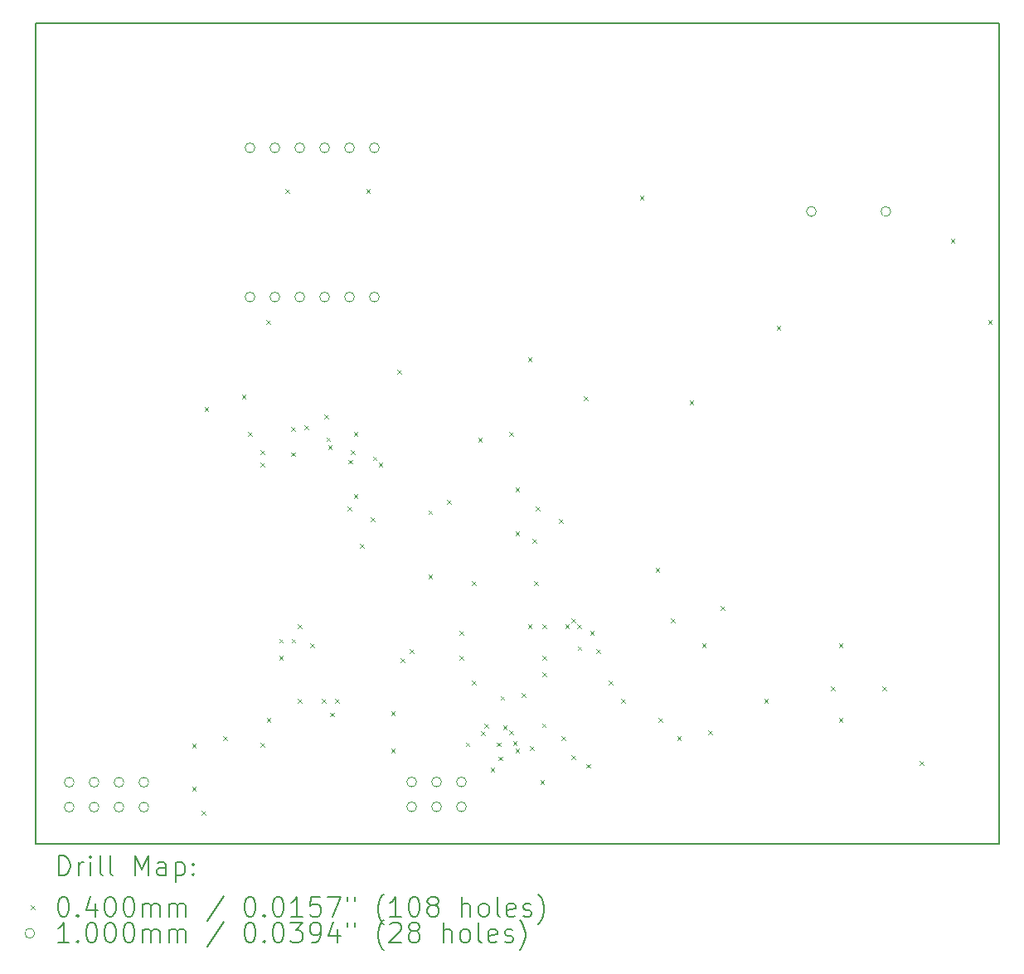
<source format=gbr>
%TF.GenerationSoftware,KiCad,Pcbnew,7.0.1*%
%TF.CreationDate,2023-04-20T16:53:54-06:00*%
%TF.ProjectId,Phase_B_UnoShield,50686173-655f-4425-9f55-6e6f53686965,rev?*%
%TF.SameCoordinates,Original*%
%TF.FileFunction,Drillmap*%
%TF.FilePolarity,Positive*%
%FSLAX45Y45*%
G04 Gerber Fmt 4.5, Leading zero omitted, Abs format (unit mm)*
G04 Created by KiCad (PCBNEW 7.0.1) date 2023-04-20 16:53:54*
%MOMM*%
%LPD*%
G01*
G04 APERTURE LIST*
%ADD10C,0.150000*%
%ADD11C,0.200000*%
%ADD12C,0.040000*%
%ADD13C,0.100000*%
G04 APERTURE END LIST*
D10*
X1809750Y-4191000D02*
X11652250Y-4191000D01*
X11652250Y-12573000D01*
X1809750Y-12573000D01*
X1809750Y-4191000D01*
D11*
D12*
X3409000Y-11548300D02*
X3449000Y-11588300D01*
X3449000Y-11548300D02*
X3409000Y-11588300D01*
X3409000Y-11985965D02*
X3449000Y-12025965D01*
X3449000Y-11985965D02*
X3409000Y-12025965D01*
X3504250Y-12235500D02*
X3544250Y-12275500D01*
X3544250Y-12235500D02*
X3504250Y-12275500D01*
X3536000Y-8108000D02*
X3576000Y-8148000D01*
X3576000Y-8108000D02*
X3536000Y-8148000D01*
X3727000Y-11474000D02*
X3767000Y-11514000D01*
X3767000Y-11474000D02*
X3727000Y-11514000D01*
X3917000Y-7981000D02*
X3957000Y-8021000D01*
X3957000Y-7981000D02*
X3917000Y-8021000D01*
X3978800Y-8362000D02*
X4018800Y-8402000D01*
X4018800Y-8362000D02*
X3978800Y-8402000D01*
X4107500Y-8552500D02*
X4147500Y-8592500D01*
X4147500Y-8552500D02*
X4107500Y-8592500D01*
X4107500Y-8679500D02*
X4147500Y-8719500D01*
X4147500Y-8679500D02*
X4107500Y-8719500D01*
X4107500Y-11537000D02*
X4147500Y-11577000D01*
X4147500Y-11537000D02*
X4107500Y-11577000D01*
X4169300Y-7219000D02*
X4209300Y-7259000D01*
X4209300Y-7219000D02*
X4169300Y-7259000D01*
X4171000Y-11283000D02*
X4211000Y-11323000D01*
X4211000Y-11283000D02*
X4171000Y-11323000D01*
X4298000Y-10476679D02*
X4338000Y-10516679D01*
X4338000Y-10476679D02*
X4298000Y-10516679D01*
X4298000Y-10648000D02*
X4338000Y-10688000D01*
X4338000Y-10648000D02*
X4298000Y-10688000D01*
X4361500Y-5885500D02*
X4401500Y-5925500D01*
X4401500Y-5885500D02*
X4361500Y-5925500D01*
X4423300Y-8312607D02*
X4463300Y-8352607D01*
X4463300Y-8312607D02*
X4423300Y-8352607D01*
X4423300Y-8572607D02*
X4463300Y-8612607D01*
X4463300Y-8572607D02*
X4423300Y-8612607D01*
X4425000Y-10476679D02*
X4465000Y-10516679D01*
X4465000Y-10476679D02*
X4425000Y-10516679D01*
X4488500Y-10330500D02*
X4528500Y-10370500D01*
X4528500Y-10330500D02*
X4488500Y-10370500D01*
X4488500Y-11092500D02*
X4528500Y-11132500D01*
X4528500Y-11092500D02*
X4488500Y-11132500D01*
X4553700Y-8298500D02*
X4593700Y-8338500D01*
X4593700Y-8298500D02*
X4553700Y-8338500D01*
X4615500Y-10526179D02*
X4655500Y-10566179D01*
X4655500Y-10526179D02*
X4615500Y-10566179D01*
X4734446Y-11088750D02*
X4774446Y-11128750D01*
X4774446Y-11088750D02*
X4734446Y-11128750D01*
X4756853Y-8185853D02*
X4796853Y-8225853D01*
X4796853Y-8185853D02*
X4756853Y-8225853D01*
X4781531Y-8418228D02*
X4821531Y-8458228D01*
X4821531Y-8418228D02*
X4781531Y-8458228D01*
X4797051Y-8498138D02*
X4837051Y-8538138D01*
X4837051Y-8498138D02*
X4797051Y-8538138D01*
X4821716Y-11229773D02*
X4861716Y-11269773D01*
X4861716Y-11229773D02*
X4821716Y-11269773D01*
X4871200Y-11092500D02*
X4911200Y-11132500D01*
X4911200Y-11092500D02*
X4871200Y-11132500D01*
X4996500Y-9124000D02*
X5036500Y-9164000D01*
X5036500Y-9124000D02*
X4996500Y-9164000D01*
X5004394Y-8648854D02*
X5044394Y-8688854D01*
X5044394Y-8648854D02*
X5004394Y-8688854D01*
X5028743Y-8552500D02*
X5068743Y-8592500D01*
X5068743Y-8552500D02*
X5028743Y-8592500D01*
X5060000Y-8362000D02*
X5100000Y-8402000D01*
X5100000Y-8362000D02*
X5060000Y-8402000D01*
X5060000Y-8997000D02*
X5100000Y-9037000D01*
X5100000Y-8997000D02*
X5060000Y-9037000D01*
X5123500Y-9505000D02*
X5163500Y-9545000D01*
X5163500Y-9505000D02*
X5123500Y-9545000D01*
X5187000Y-5885500D02*
X5227000Y-5925500D01*
X5227000Y-5885500D02*
X5187000Y-5925500D01*
X5233103Y-9233603D02*
X5273103Y-9273603D01*
X5273103Y-9233603D02*
X5233103Y-9273603D01*
X5253950Y-8614300D02*
X5293950Y-8654300D01*
X5293950Y-8614300D02*
X5253950Y-8654300D01*
X5314000Y-8679500D02*
X5354000Y-8719500D01*
X5354000Y-8679500D02*
X5314000Y-8719500D01*
X5441000Y-11219500D02*
X5481000Y-11259500D01*
X5481000Y-11219500D02*
X5441000Y-11259500D01*
X5441000Y-11600500D02*
X5481000Y-11640500D01*
X5481000Y-11600500D02*
X5441000Y-11640500D01*
X5504500Y-7727000D02*
X5544500Y-7767000D01*
X5544500Y-7727000D02*
X5504500Y-7767000D01*
X5539647Y-10676353D02*
X5579647Y-10716353D01*
X5579647Y-10676353D02*
X5539647Y-10716353D01*
X5631853Y-10584147D02*
X5671853Y-10624147D01*
X5671853Y-10584147D02*
X5631853Y-10624147D01*
X5821950Y-9163234D02*
X5861950Y-9203234D01*
X5861950Y-9163234D02*
X5821950Y-9203234D01*
X5822000Y-9822500D02*
X5862000Y-9862500D01*
X5862000Y-9822500D02*
X5822000Y-9862500D01*
X6012500Y-9060500D02*
X6052500Y-9100500D01*
X6052500Y-9060500D02*
X6012500Y-9100500D01*
X6139500Y-10394000D02*
X6179500Y-10434000D01*
X6179500Y-10394000D02*
X6139500Y-10434000D01*
X6139500Y-10648000D02*
X6179500Y-10688000D01*
X6179500Y-10648000D02*
X6139500Y-10688000D01*
X6203000Y-11535300D02*
X6243000Y-11575300D01*
X6243000Y-11535300D02*
X6203000Y-11575300D01*
X6266500Y-9886000D02*
X6306500Y-9926000D01*
X6306500Y-9886000D02*
X6266500Y-9926000D01*
X6266500Y-10902000D02*
X6306500Y-10942000D01*
X6306500Y-10902000D02*
X6266500Y-10942000D01*
X6330000Y-8425500D02*
X6370000Y-8465500D01*
X6370000Y-8425500D02*
X6330000Y-8465500D01*
X6362904Y-11420364D02*
X6402904Y-11460364D01*
X6402904Y-11420364D02*
X6362904Y-11460364D01*
X6393500Y-11346500D02*
X6433500Y-11386500D01*
X6433500Y-11346500D02*
X6393500Y-11386500D01*
X6457000Y-11791000D02*
X6497000Y-11831000D01*
X6497000Y-11791000D02*
X6457000Y-11831000D01*
X6520500Y-11535300D02*
X6560500Y-11575300D01*
X6560500Y-11535300D02*
X6520500Y-11575300D01*
X6537050Y-11677820D02*
X6577050Y-11717820D01*
X6577050Y-11677820D02*
X6537050Y-11717820D01*
X6558797Y-11061996D02*
X6598797Y-11101996D01*
X6598797Y-11061996D02*
X6558797Y-11101996D01*
X6585135Y-11359973D02*
X6625135Y-11399973D01*
X6625135Y-11359973D02*
X6585135Y-11399973D01*
X6647500Y-8362000D02*
X6687500Y-8402000D01*
X6687500Y-8362000D02*
X6647500Y-8402000D01*
X6647500Y-11410000D02*
X6687500Y-11450000D01*
X6687500Y-11410000D02*
X6647500Y-11450000D01*
X6686828Y-11524291D02*
X6726828Y-11564291D01*
X6726828Y-11524291D02*
X6686828Y-11564291D01*
X6711000Y-8933500D02*
X6751000Y-8973500D01*
X6751000Y-8933500D02*
X6711000Y-8973500D01*
X6711000Y-9379700D02*
X6751000Y-9419700D01*
X6751000Y-9379700D02*
X6711000Y-9419700D01*
X6711000Y-11600500D02*
X6751000Y-11640500D01*
X6751000Y-11600500D02*
X6711000Y-11640500D01*
X6774500Y-11030700D02*
X6814500Y-11070700D01*
X6814500Y-11030700D02*
X6774500Y-11070700D01*
X6838000Y-7600000D02*
X6878000Y-7640000D01*
X6878000Y-7600000D02*
X6838000Y-7640000D01*
X6838000Y-10330500D02*
X6878000Y-10370500D01*
X6878000Y-10330500D02*
X6838000Y-10370500D01*
X6860950Y-11572297D02*
X6900950Y-11612297D01*
X6900950Y-11572297D02*
X6860950Y-11612297D01*
X6887397Y-9455603D02*
X6927397Y-9495603D01*
X6927397Y-9455603D02*
X6887397Y-9495603D01*
X6901500Y-9886000D02*
X6941500Y-9926000D01*
X6941500Y-9886000D02*
X6901500Y-9926000D01*
X6920500Y-9124000D02*
X6960500Y-9164000D01*
X6960500Y-9124000D02*
X6920500Y-9164000D01*
X6965000Y-11921450D02*
X7005000Y-11961450D01*
X7005000Y-11921450D02*
X6965000Y-11961450D01*
X6983320Y-11341269D02*
X7023320Y-11381269D01*
X7023320Y-11341269D02*
X6983320Y-11381269D01*
X6985700Y-10330500D02*
X7025700Y-10370500D01*
X7025700Y-10330500D02*
X6985700Y-10370500D01*
X6985700Y-10648000D02*
X7025700Y-10688000D01*
X7025700Y-10648000D02*
X6985700Y-10688000D01*
X6985700Y-10820413D02*
X7025700Y-10860413D01*
X7025700Y-10820413D02*
X6985700Y-10860413D01*
X7155500Y-9251000D02*
X7195500Y-9291000D01*
X7195500Y-9251000D02*
X7155500Y-9291000D01*
X7183157Y-11472450D02*
X7223157Y-11512450D01*
X7223157Y-11472450D02*
X7183157Y-11512450D01*
X7219000Y-10330500D02*
X7259000Y-10370500D01*
X7259000Y-10330500D02*
X7219000Y-10370500D01*
X7282500Y-10267000D02*
X7322500Y-10307000D01*
X7322500Y-10267000D02*
X7282500Y-10307000D01*
X7282500Y-11664000D02*
X7322500Y-11704000D01*
X7322500Y-11664000D02*
X7282500Y-11704000D01*
X7344300Y-10330500D02*
X7384300Y-10370500D01*
X7384300Y-10330500D02*
X7344300Y-10370500D01*
X7346000Y-10553200D02*
X7386000Y-10593200D01*
X7386000Y-10553200D02*
X7346000Y-10593200D01*
X7409500Y-8002542D02*
X7449500Y-8042542D01*
X7449500Y-8002542D02*
X7409500Y-8042542D01*
X7436603Y-11754603D02*
X7476603Y-11794603D01*
X7476603Y-11754603D02*
X7436603Y-11794603D01*
X7473000Y-10394000D02*
X7513000Y-10434000D01*
X7513000Y-10394000D02*
X7473000Y-10434000D01*
X7537451Y-10585451D02*
X7577451Y-10625451D01*
X7577451Y-10585451D02*
X7537451Y-10625451D01*
X7663500Y-10902000D02*
X7703500Y-10942000D01*
X7703500Y-10902000D02*
X7663500Y-10942000D01*
X7790500Y-11092500D02*
X7830500Y-11132500D01*
X7830500Y-11092500D02*
X7790500Y-11132500D01*
X7981000Y-5949000D02*
X8021000Y-5989000D01*
X8021000Y-5949000D02*
X7981000Y-5989000D01*
X8142290Y-9753089D02*
X8182290Y-9793089D01*
X8182290Y-9753089D02*
X8142290Y-9793089D01*
X8171500Y-11284700D02*
X8211500Y-11324700D01*
X8211500Y-11284700D02*
X8171500Y-11324700D01*
X8298500Y-10267000D02*
X8338500Y-10307000D01*
X8338500Y-10267000D02*
X8298500Y-10307000D01*
X8362000Y-11473500D02*
X8402000Y-11513500D01*
X8402000Y-11473500D02*
X8362000Y-11513500D01*
X8489000Y-8044500D02*
X8529000Y-8084500D01*
X8529000Y-8044500D02*
X8489000Y-8084500D01*
X8616000Y-10521000D02*
X8656000Y-10561000D01*
X8656000Y-10521000D02*
X8616000Y-10561000D01*
X8679500Y-11410000D02*
X8719500Y-11450000D01*
X8719500Y-11410000D02*
X8679500Y-11450000D01*
X8806500Y-10140000D02*
X8846500Y-10180000D01*
X8846500Y-10140000D02*
X8806500Y-10180000D01*
X9251000Y-11089050D02*
X9291000Y-11129050D01*
X9291000Y-11089050D02*
X9251000Y-11129050D01*
X9378000Y-7282500D02*
X9418000Y-7322500D01*
X9418000Y-7282500D02*
X9378000Y-7322500D01*
X9930884Y-10965500D02*
X9970884Y-11005500D01*
X9970884Y-10965500D02*
X9930884Y-11005500D01*
X10013000Y-10521000D02*
X10053000Y-10561000D01*
X10053000Y-10521000D02*
X10013000Y-10561000D01*
X10013000Y-11283000D02*
X10053000Y-11323000D01*
X10053000Y-11283000D02*
X10013000Y-11323000D01*
X10457500Y-10965500D02*
X10497500Y-11005500D01*
X10497500Y-10965500D02*
X10457500Y-11005500D01*
X10838500Y-11727500D02*
X10878500Y-11767500D01*
X10878500Y-11727500D02*
X10838500Y-11767500D01*
X11156000Y-6393500D02*
X11196000Y-6433500D01*
X11196000Y-6393500D02*
X11156000Y-6433500D01*
X11537000Y-7219000D02*
X11577000Y-7259000D01*
X11577000Y-7219000D02*
X11537000Y-7259000D01*
D13*
X2204955Y-11940765D02*
G75*
G03*
X2204955Y-11940765I-50000J0D01*
G01*
X2204955Y-12194765D02*
G75*
G03*
X2204955Y-12194765I-50000J0D01*
G01*
X2458955Y-11940765D02*
G75*
G03*
X2458955Y-11940765I-50000J0D01*
G01*
X2458955Y-12194765D02*
G75*
G03*
X2458955Y-12194765I-50000J0D01*
G01*
X2712955Y-11940765D02*
G75*
G03*
X2712955Y-11940765I-50000J0D01*
G01*
X2712955Y-12194765D02*
G75*
G03*
X2712955Y-12194765I-50000J0D01*
G01*
X2966955Y-11940765D02*
G75*
G03*
X2966955Y-11940765I-50000J0D01*
G01*
X2966955Y-12194765D02*
G75*
G03*
X2966955Y-12194765I-50000J0D01*
G01*
X4050500Y-5461000D02*
G75*
G03*
X4050500Y-5461000I-50000J0D01*
G01*
X4050500Y-6985000D02*
G75*
G03*
X4050500Y-6985000I-50000J0D01*
G01*
X4304500Y-5461000D02*
G75*
G03*
X4304500Y-5461000I-50000J0D01*
G01*
X4304500Y-6985000D02*
G75*
G03*
X4304500Y-6985000I-50000J0D01*
G01*
X4558500Y-5461000D02*
G75*
G03*
X4558500Y-5461000I-50000J0D01*
G01*
X4558500Y-6985000D02*
G75*
G03*
X4558500Y-6985000I-50000J0D01*
G01*
X4812500Y-5461000D02*
G75*
G03*
X4812500Y-5461000I-50000J0D01*
G01*
X4812500Y-6985000D02*
G75*
G03*
X4812500Y-6985000I-50000J0D01*
G01*
X5066500Y-5461000D02*
G75*
G03*
X5066500Y-5461000I-50000J0D01*
G01*
X5066500Y-6985000D02*
G75*
G03*
X5066500Y-6985000I-50000J0D01*
G01*
X5320500Y-5461000D02*
G75*
G03*
X5320500Y-5461000I-50000J0D01*
G01*
X5320500Y-6985000D02*
G75*
G03*
X5320500Y-6985000I-50000J0D01*
G01*
X5701500Y-11938000D02*
G75*
G03*
X5701500Y-11938000I-50000J0D01*
G01*
X5701500Y-12192000D02*
G75*
G03*
X5701500Y-12192000I-50000J0D01*
G01*
X5955500Y-11938000D02*
G75*
G03*
X5955500Y-11938000I-50000J0D01*
G01*
X5955500Y-12192000D02*
G75*
G03*
X5955500Y-12192000I-50000J0D01*
G01*
X6209500Y-11938000D02*
G75*
G03*
X6209500Y-11938000I-50000J0D01*
G01*
X6209500Y-12192000D02*
G75*
G03*
X6209500Y-12192000I-50000J0D01*
G01*
X9783544Y-6112044D02*
G75*
G03*
X9783544Y-6112044I-50000J0D01*
G01*
X10543544Y-6112044D02*
G75*
G03*
X10543544Y-6112044I-50000J0D01*
G01*
D11*
X2049869Y-12893024D02*
X2049869Y-12693024D01*
X2049869Y-12693024D02*
X2097488Y-12693024D01*
X2097488Y-12693024D02*
X2126060Y-12702548D01*
X2126060Y-12702548D02*
X2145107Y-12721595D01*
X2145107Y-12721595D02*
X2154631Y-12740643D01*
X2154631Y-12740643D02*
X2164155Y-12778738D01*
X2164155Y-12778738D02*
X2164155Y-12807309D01*
X2164155Y-12807309D02*
X2154631Y-12845405D01*
X2154631Y-12845405D02*
X2145107Y-12864452D01*
X2145107Y-12864452D02*
X2126060Y-12883500D01*
X2126060Y-12883500D02*
X2097488Y-12893024D01*
X2097488Y-12893024D02*
X2049869Y-12893024D01*
X2249869Y-12893024D02*
X2249869Y-12759690D01*
X2249869Y-12797786D02*
X2259393Y-12778738D01*
X2259393Y-12778738D02*
X2268917Y-12769214D01*
X2268917Y-12769214D02*
X2287964Y-12759690D01*
X2287964Y-12759690D02*
X2307012Y-12759690D01*
X2373679Y-12893024D02*
X2373679Y-12759690D01*
X2373679Y-12693024D02*
X2364155Y-12702548D01*
X2364155Y-12702548D02*
X2373679Y-12712071D01*
X2373679Y-12712071D02*
X2383202Y-12702548D01*
X2383202Y-12702548D02*
X2373679Y-12693024D01*
X2373679Y-12693024D02*
X2373679Y-12712071D01*
X2497488Y-12893024D02*
X2478440Y-12883500D01*
X2478440Y-12883500D02*
X2468917Y-12864452D01*
X2468917Y-12864452D02*
X2468917Y-12693024D01*
X2602250Y-12893024D02*
X2583202Y-12883500D01*
X2583202Y-12883500D02*
X2573679Y-12864452D01*
X2573679Y-12864452D02*
X2573679Y-12693024D01*
X2830821Y-12893024D02*
X2830821Y-12693024D01*
X2830821Y-12693024D02*
X2897488Y-12835881D01*
X2897488Y-12835881D02*
X2964155Y-12693024D01*
X2964155Y-12693024D02*
X2964155Y-12893024D01*
X3145107Y-12893024D02*
X3145107Y-12788262D01*
X3145107Y-12788262D02*
X3135583Y-12769214D01*
X3135583Y-12769214D02*
X3116536Y-12759690D01*
X3116536Y-12759690D02*
X3078440Y-12759690D01*
X3078440Y-12759690D02*
X3059393Y-12769214D01*
X3145107Y-12883500D02*
X3126059Y-12893024D01*
X3126059Y-12893024D02*
X3078440Y-12893024D01*
X3078440Y-12893024D02*
X3059393Y-12883500D01*
X3059393Y-12883500D02*
X3049869Y-12864452D01*
X3049869Y-12864452D02*
X3049869Y-12845405D01*
X3049869Y-12845405D02*
X3059393Y-12826357D01*
X3059393Y-12826357D02*
X3078440Y-12816833D01*
X3078440Y-12816833D02*
X3126059Y-12816833D01*
X3126059Y-12816833D02*
X3145107Y-12807309D01*
X3240345Y-12759690D02*
X3240345Y-12959690D01*
X3240345Y-12769214D02*
X3259393Y-12759690D01*
X3259393Y-12759690D02*
X3297488Y-12759690D01*
X3297488Y-12759690D02*
X3316536Y-12769214D01*
X3316536Y-12769214D02*
X3326059Y-12778738D01*
X3326059Y-12778738D02*
X3335583Y-12797786D01*
X3335583Y-12797786D02*
X3335583Y-12854928D01*
X3335583Y-12854928D02*
X3326059Y-12873976D01*
X3326059Y-12873976D02*
X3316536Y-12883500D01*
X3316536Y-12883500D02*
X3297488Y-12893024D01*
X3297488Y-12893024D02*
X3259393Y-12893024D01*
X3259393Y-12893024D02*
X3240345Y-12883500D01*
X3421298Y-12873976D02*
X3430821Y-12883500D01*
X3430821Y-12883500D02*
X3421298Y-12893024D01*
X3421298Y-12893024D02*
X3411774Y-12883500D01*
X3411774Y-12883500D02*
X3421298Y-12873976D01*
X3421298Y-12873976D02*
X3421298Y-12893024D01*
X3421298Y-12769214D02*
X3430821Y-12778738D01*
X3430821Y-12778738D02*
X3421298Y-12788262D01*
X3421298Y-12788262D02*
X3411774Y-12778738D01*
X3411774Y-12778738D02*
X3421298Y-12769214D01*
X3421298Y-12769214D02*
X3421298Y-12788262D01*
D12*
X1762250Y-13200500D02*
X1802250Y-13240500D01*
X1802250Y-13200500D02*
X1762250Y-13240500D01*
D11*
X2087964Y-13113024D02*
X2107012Y-13113024D01*
X2107012Y-13113024D02*
X2126060Y-13122548D01*
X2126060Y-13122548D02*
X2135583Y-13132071D01*
X2135583Y-13132071D02*
X2145107Y-13151119D01*
X2145107Y-13151119D02*
X2154631Y-13189214D01*
X2154631Y-13189214D02*
X2154631Y-13236833D01*
X2154631Y-13236833D02*
X2145107Y-13274928D01*
X2145107Y-13274928D02*
X2135583Y-13293976D01*
X2135583Y-13293976D02*
X2126060Y-13303500D01*
X2126060Y-13303500D02*
X2107012Y-13313024D01*
X2107012Y-13313024D02*
X2087964Y-13313024D01*
X2087964Y-13313024D02*
X2068917Y-13303500D01*
X2068917Y-13303500D02*
X2059393Y-13293976D01*
X2059393Y-13293976D02*
X2049869Y-13274928D01*
X2049869Y-13274928D02*
X2040345Y-13236833D01*
X2040345Y-13236833D02*
X2040345Y-13189214D01*
X2040345Y-13189214D02*
X2049869Y-13151119D01*
X2049869Y-13151119D02*
X2059393Y-13132071D01*
X2059393Y-13132071D02*
X2068917Y-13122548D01*
X2068917Y-13122548D02*
X2087964Y-13113024D01*
X2240345Y-13293976D02*
X2249869Y-13303500D01*
X2249869Y-13303500D02*
X2240345Y-13313024D01*
X2240345Y-13313024D02*
X2230821Y-13303500D01*
X2230821Y-13303500D02*
X2240345Y-13293976D01*
X2240345Y-13293976D02*
X2240345Y-13313024D01*
X2421298Y-13179690D02*
X2421298Y-13313024D01*
X2373679Y-13103500D02*
X2326060Y-13246357D01*
X2326060Y-13246357D02*
X2449869Y-13246357D01*
X2564155Y-13113024D02*
X2583202Y-13113024D01*
X2583202Y-13113024D02*
X2602250Y-13122548D01*
X2602250Y-13122548D02*
X2611774Y-13132071D01*
X2611774Y-13132071D02*
X2621298Y-13151119D01*
X2621298Y-13151119D02*
X2630821Y-13189214D01*
X2630821Y-13189214D02*
X2630821Y-13236833D01*
X2630821Y-13236833D02*
X2621298Y-13274928D01*
X2621298Y-13274928D02*
X2611774Y-13293976D01*
X2611774Y-13293976D02*
X2602250Y-13303500D01*
X2602250Y-13303500D02*
X2583202Y-13313024D01*
X2583202Y-13313024D02*
X2564155Y-13313024D01*
X2564155Y-13313024D02*
X2545107Y-13303500D01*
X2545107Y-13303500D02*
X2535583Y-13293976D01*
X2535583Y-13293976D02*
X2526060Y-13274928D01*
X2526060Y-13274928D02*
X2516536Y-13236833D01*
X2516536Y-13236833D02*
X2516536Y-13189214D01*
X2516536Y-13189214D02*
X2526060Y-13151119D01*
X2526060Y-13151119D02*
X2535583Y-13132071D01*
X2535583Y-13132071D02*
X2545107Y-13122548D01*
X2545107Y-13122548D02*
X2564155Y-13113024D01*
X2754631Y-13113024D02*
X2773679Y-13113024D01*
X2773679Y-13113024D02*
X2792726Y-13122548D01*
X2792726Y-13122548D02*
X2802250Y-13132071D01*
X2802250Y-13132071D02*
X2811774Y-13151119D01*
X2811774Y-13151119D02*
X2821298Y-13189214D01*
X2821298Y-13189214D02*
X2821298Y-13236833D01*
X2821298Y-13236833D02*
X2811774Y-13274928D01*
X2811774Y-13274928D02*
X2802250Y-13293976D01*
X2802250Y-13293976D02*
X2792726Y-13303500D01*
X2792726Y-13303500D02*
X2773679Y-13313024D01*
X2773679Y-13313024D02*
X2754631Y-13313024D01*
X2754631Y-13313024D02*
X2735583Y-13303500D01*
X2735583Y-13303500D02*
X2726060Y-13293976D01*
X2726060Y-13293976D02*
X2716536Y-13274928D01*
X2716536Y-13274928D02*
X2707012Y-13236833D01*
X2707012Y-13236833D02*
X2707012Y-13189214D01*
X2707012Y-13189214D02*
X2716536Y-13151119D01*
X2716536Y-13151119D02*
X2726060Y-13132071D01*
X2726060Y-13132071D02*
X2735583Y-13122548D01*
X2735583Y-13122548D02*
X2754631Y-13113024D01*
X2907012Y-13313024D02*
X2907012Y-13179690D01*
X2907012Y-13198738D02*
X2916536Y-13189214D01*
X2916536Y-13189214D02*
X2935583Y-13179690D01*
X2935583Y-13179690D02*
X2964155Y-13179690D01*
X2964155Y-13179690D02*
X2983202Y-13189214D01*
X2983202Y-13189214D02*
X2992726Y-13208262D01*
X2992726Y-13208262D02*
X2992726Y-13313024D01*
X2992726Y-13208262D02*
X3002250Y-13189214D01*
X3002250Y-13189214D02*
X3021298Y-13179690D01*
X3021298Y-13179690D02*
X3049869Y-13179690D01*
X3049869Y-13179690D02*
X3068917Y-13189214D01*
X3068917Y-13189214D02*
X3078440Y-13208262D01*
X3078440Y-13208262D02*
X3078440Y-13313024D01*
X3173679Y-13313024D02*
X3173679Y-13179690D01*
X3173679Y-13198738D02*
X3183202Y-13189214D01*
X3183202Y-13189214D02*
X3202250Y-13179690D01*
X3202250Y-13179690D02*
X3230821Y-13179690D01*
X3230821Y-13179690D02*
X3249869Y-13189214D01*
X3249869Y-13189214D02*
X3259393Y-13208262D01*
X3259393Y-13208262D02*
X3259393Y-13313024D01*
X3259393Y-13208262D02*
X3268917Y-13189214D01*
X3268917Y-13189214D02*
X3287964Y-13179690D01*
X3287964Y-13179690D02*
X3316536Y-13179690D01*
X3316536Y-13179690D02*
X3335583Y-13189214D01*
X3335583Y-13189214D02*
X3345107Y-13208262D01*
X3345107Y-13208262D02*
X3345107Y-13313024D01*
X3735583Y-13103500D02*
X3564155Y-13360643D01*
X3992726Y-13113024D02*
X4011774Y-13113024D01*
X4011774Y-13113024D02*
X4030822Y-13122548D01*
X4030822Y-13122548D02*
X4040345Y-13132071D01*
X4040345Y-13132071D02*
X4049869Y-13151119D01*
X4049869Y-13151119D02*
X4059393Y-13189214D01*
X4059393Y-13189214D02*
X4059393Y-13236833D01*
X4059393Y-13236833D02*
X4049869Y-13274928D01*
X4049869Y-13274928D02*
X4040345Y-13293976D01*
X4040345Y-13293976D02*
X4030822Y-13303500D01*
X4030822Y-13303500D02*
X4011774Y-13313024D01*
X4011774Y-13313024D02*
X3992726Y-13313024D01*
X3992726Y-13313024D02*
X3973679Y-13303500D01*
X3973679Y-13303500D02*
X3964155Y-13293976D01*
X3964155Y-13293976D02*
X3954631Y-13274928D01*
X3954631Y-13274928D02*
X3945107Y-13236833D01*
X3945107Y-13236833D02*
X3945107Y-13189214D01*
X3945107Y-13189214D02*
X3954631Y-13151119D01*
X3954631Y-13151119D02*
X3964155Y-13132071D01*
X3964155Y-13132071D02*
X3973679Y-13122548D01*
X3973679Y-13122548D02*
X3992726Y-13113024D01*
X4145107Y-13293976D02*
X4154631Y-13303500D01*
X4154631Y-13303500D02*
X4145107Y-13313024D01*
X4145107Y-13313024D02*
X4135583Y-13303500D01*
X4135583Y-13303500D02*
X4145107Y-13293976D01*
X4145107Y-13293976D02*
X4145107Y-13313024D01*
X4278441Y-13113024D02*
X4297488Y-13113024D01*
X4297488Y-13113024D02*
X4316536Y-13122548D01*
X4316536Y-13122548D02*
X4326060Y-13132071D01*
X4326060Y-13132071D02*
X4335584Y-13151119D01*
X4335584Y-13151119D02*
X4345107Y-13189214D01*
X4345107Y-13189214D02*
X4345107Y-13236833D01*
X4345107Y-13236833D02*
X4335584Y-13274928D01*
X4335584Y-13274928D02*
X4326060Y-13293976D01*
X4326060Y-13293976D02*
X4316536Y-13303500D01*
X4316536Y-13303500D02*
X4297488Y-13313024D01*
X4297488Y-13313024D02*
X4278441Y-13313024D01*
X4278441Y-13313024D02*
X4259393Y-13303500D01*
X4259393Y-13303500D02*
X4249869Y-13293976D01*
X4249869Y-13293976D02*
X4240345Y-13274928D01*
X4240345Y-13274928D02*
X4230822Y-13236833D01*
X4230822Y-13236833D02*
X4230822Y-13189214D01*
X4230822Y-13189214D02*
X4240345Y-13151119D01*
X4240345Y-13151119D02*
X4249869Y-13132071D01*
X4249869Y-13132071D02*
X4259393Y-13122548D01*
X4259393Y-13122548D02*
X4278441Y-13113024D01*
X4535584Y-13313024D02*
X4421298Y-13313024D01*
X4478441Y-13313024D02*
X4478441Y-13113024D01*
X4478441Y-13113024D02*
X4459393Y-13141595D01*
X4459393Y-13141595D02*
X4440345Y-13160643D01*
X4440345Y-13160643D02*
X4421298Y-13170167D01*
X4716536Y-13113024D02*
X4621298Y-13113024D01*
X4621298Y-13113024D02*
X4611774Y-13208262D01*
X4611774Y-13208262D02*
X4621298Y-13198738D01*
X4621298Y-13198738D02*
X4640345Y-13189214D01*
X4640345Y-13189214D02*
X4687965Y-13189214D01*
X4687965Y-13189214D02*
X4707012Y-13198738D01*
X4707012Y-13198738D02*
X4716536Y-13208262D01*
X4716536Y-13208262D02*
X4726060Y-13227309D01*
X4726060Y-13227309D02*
X4726060Y-13274928D01*
X4726060Y-13274928D02*
X4716536Y-13293976D01*
X4716536Y-13293976D02*
X4707012Y-13303500D01*
X4707012Y-13303500D02*
X4687965Y-13313024D01*
X4687965Y-13313024D02*
X4640345Y-13313024D01*
X4640345Y-13313024D02*
X4621298Y-13303500D01*
X4621298Y-13303500D02*
X4611774Y-13293976D01*
X4792726Y-13113024D02*
X4926060Y-13113024D01*
X4926060Y-13113024D02*
X4840345Y-13313024D01*
X4992726Y-13113024D02*
X4992726Y-13151119D01*
X5068917Y-13113024D02*
X5068917Y-13151119D01*
X5364155Y-13389214D02*
X5354631Y-13379690D01*
X5354631Y-13379690D02*
X5335584Y-13351119D01*
X5335584Y-13351119D02*
X5326060Y-13332071D01*
X5326060Y-13332071D02*
X5316536Y-13303500D01*
X5316536Y-13303500D02*
X5307012Y-13255881D01*
X5307012Y-13255881D02*
X5307012Y-13217786D01*
X5307012Y-13217786D02*
X5316536Y-13170167D01*
X5316536Y-13170167D02*
X5326060Y-13141595D01*
X5326060Y-13141595D02*
X5335584Y-13122548D01*
X5335584Y-13122548D02*
X5354631Y-13093976D01*
X5354631Y-13093976D02*
X5364155Y-13084452D01*
X5545107Y-13313024D02*
X5430822Y-13313024D01*
X5487965Y-13313024D02*
X5487965Y-13113024D01*
X5487965Y-13113024D02*
X5468917Y-13141595D01*
X5468917Y-13141595D02*
X5449869Y-13160643D01*
X5449869Y-13160643D02*
X5430822Y-13170167D01*
X5668917Y-13113024D02*
X5687965Y-13113024D01*
X5687965Y-13113024D02*
X5707012Y-13122548D01*
X5707012Y-13122548D02*
X5716536Y-13132071D01*
X5716536Y-13132071D02*
X5726060Y-13151119D01*
X5726060Y-13151119D02*
X5735584Y-13189214D01*
X5735584Y-13189214D02*
X5735584Y-13236833D01*
X5735584Y-13236833D02*
X5726060Y-13274928D01*
X5726060Y-13274928D02*
X5716536Y-13293976D01*
X5716536Y-13293976D02*
X5707012Y-13303500D01*
X5707012Y-13303500D02*
X5687965Y-13313024D01*
X5687965Y-13313024D02*
X5668917Y-13313024D01*
X5668917Y-13313024D02*
X5649869Y-13303500D01*
X5649869Y-13303500D02*
X5640345Y-13293976D01*
X5640345Y-13293976D02*
X5630822Y-13274928D01*
X5630822Y-13274928D02*
X5621298Y-13236833D01*
X5621298Y-13236833D02*
X5621298Y-13189214D01*
X5621298Y-13189214D02*
X5630822Y-13151119D01*
X5630822Y-13151119D02*
X5640345Y-13132071D01*
X5640345Y-13132071D02*
X5649869Y-13122548D01*
X5649869Y-13122548D02*
X5668917Y-13113024D01*
X5849869Y-13198738D02*
X5830822Y-13189214D01*
X5830822Y-13189214D02*
X5821298Y-13179690D01*
X5821298Y-13179690D02*
X5811774Y-13160643D01*
X5811774Y-13160643D02*
X5811774Y-13151119D01*
X5811774Y-13151119D02*
X5821298Y-13132071D01*
X5821298Y-13132071D02*
X5830822Y-13122548D01*
X5830822Y-13122548D02*
X5849869Y-13113024D01*
X5849869Y-13113024D02*
X5887965Y-13113024D01*
X5887965Y-13113024D02*
X5907012Y-13122548D01*
X5907012Y-13122548D02*
X5916536Y-13132071D01*
X5916536Y-13132071D02*
X5926060Y-13151119D01*
X5926060Y-13151119D02*
X5926060Y-13160643D01*
X5926060Y-13160643D02*
X5916536Y-13179690D01*
X5916536Y-13179690D02*
X5907012Y-13189214D01*
X5907012Y-13189214D02*
X5887965Y-13198738D01*
X5887965Y-13198738D02*
X5849869Y-13198738D01*
X5849869Y-13198738D02*
X5830822Y-13208262D01*
X5830822Y-13208262D02*
X5821298Y-13217786D01*
X5821298Y-13217786D02*
X5811774Y-13236833D01*
X5811774Y-13236833D02*
X5811774Y-13274928D01*
X5811774Y-13274928D02*
X5821298Y-13293976D01*
X5821298Y-13293976D02*
X5830822Y-13303500D01*
X5830822Y-13303500D02*
X5849869Y-13313024D01*
X5849869Y-13313024D02*
X5887965Y-13313024D01*
X5887965Y-13313024D02*
X5907012Y-13303500D01*
X5907012Y-13303500D02*
X5916536Y-13293976D01*
X5916536Y-13293976D02*
X5926060Y-13274928D01*
X5926060Y-13274928D02*
X5926060Y-13236833D01*
X5926060Y-13236833D02*
X5916536Y-13217786D01*
X5916536Y-13217786D02*
X5907012Y-13208262D01*
X5907012Y-13208262D02*
X5887965Y-13198738D01*
X6164155Y-13313024D02*
X6164155Y-13113024D01*
X6249869Y-13313024D02*
X6249869Y-13208262D01*
X6249869Y-13208262D02*
X6240346Y-13189214D01*
X6240346Y-13189214D02*
X6221298Y-13179690D01*
X6221298Y-13179690D02*
X6192726Y-13179690D01*
X6192726Y-13179690D02*
X6173679Y-13189214D01*
X6173679Y-13189214D02*
X6164155Y-13198738D01*
X6373679Y-13313024D02*
X6354631Y-13303500D01*
X6354631Y-13303500D02*
X6345107Y-13293976D01*
X6345107Y-13293976D02*
X6335584Y-13274928D01*
X6335584Y-13274928D02*
X6335584Y-13217786D01*
X6335584Y-13217786D02*
X6345107Y-13198738D01*
X6345107Y-13198738D02*
X6354631Y-13189214D01*
X6354631Y-13189214D02*
X6373679Y-13179690D01*
X6373679Y-13179690D02*
X6402250Y-13179690D01*
X6402250Y-13179690D02*
X6421298Y-13189214D01*
X6421298Y-13189214D02*
X6430822Y-13198738D01*
X6430822Y-13198738D02*
X6440346Y-13217786D01*
X6440346Y-13217786D02*
X6440346Y-13274928D01*
X6440346Y-13274928D02*
X6430822Y-13293976D01*
X6430822Y-13293976D02*
X6421298Y-13303500D01*
X6421298Y-13303500D02*
X6402250Y-13313024D01*
X6402250Y-13313024D02*
X6373679Y-13313024D01*
X6554631Y-13313024D02*
X6535584Y-13303500D01*
X6535584Y-13303500D02*
X6526060Y-13284452D01*
X6526060Y-13284452D02*
X6526060Y-13113024D01*
X6707012Y-13303500D02*
X6687965Y-13313024D01*
X6687965Y-13313024D02*
X6649869Y-13313024D01*
X6649869Y-13313024D02*
X6630822Y-13303500D01*
X6630822Y-13303500D02*
X6621298Y-13284452D01*
X6621298Y-13284452D02*
X6621298Y-13208262D01*
X6621298Y-13208262D02*
X6630822Y-13189214D01*
X6630822Y-13189214D02*
X6649869Y-13179690D01*
X6649869Y-13179690D02*
X6687965Y-13179690D01*
X6687965Y-13179690D02*
X6707012Y-13189214D01*
X6707012Y-13189214D02*
X6716536Y-13208262D01*
X6716536Y-13208262D02*
X6716536Y-13227309D01*
X6716536Y-13227309D02*
X6621298Y-13246357D01*
X6792727Y-13303500D02*
X6811774Y-13313024D01*
X6811774Y-13313024D02*
X6849869Y-13313024D01*
X6849869Y-13313024D02*
X6868917Y-13303500D01*
X6868917Y-13303500D02*
X6878441Y-13284452D01*
X6878441Y-13284452D02*
X6878441Y-13274928D01*
X6878441Y-13274928D02*
X6868917Y-13255881D01*
X6868917Y-13255881D02*
X6849869Y-13246357D01*
X6849869Y-13246357D02*
X6821298Y-13246357D01*
X6821298Y-13246357D02*
X6802250Y-13236833D01*
X6802250Y-13236833D02*
X6792727Y-13217786D01*
X6792727Y-13217786D02*
X6792727Y-13208262D01*
X6792727Y-13208262D02*
X6802250Y-13189214D01*
X6802250Y-13189214D02*
X6821298Y-13179690D01*
X6821298Y-13179690D02*
X6849869Y-13179690D01*
X6849869Y-13179690D02*
X6868917Y-13189214D01*
X6945108Y-13389214D02*
X6954631Y-13379690D01*
X6954631Y-13379690D02*
X6973679Y-13351119D01*
X6973679Y-13351119D02*
X6983203Y-13332071D01*
X6983203Y-13332071D02*
X6992727Y-13303500D01*
X6992727Y-13303500D02*
X7002250Y-13255881D01*
X7002250Y-13255881D02*
X7002250Y-13217786D01*
X7002250Y-13217786D02*
X6992727Y-13170167D01*
X6992727Y-13170167D02*
X6983203Y-13141595D01*
X6983203Y-13141595D02*
X6973679Y-13122548D01*
X6973679Y-13122548D02*
X6954631Y-13093976D01*
X6954631Y-13093976D02*
X6945108Y-13084452D01*
D13*
X1802250Y-13484500D02*
G75*
G03*
X1802250Y-13484500I-50000J0D01*
G01*
D11*
X2154631Y-13577024D02*
X2040345Y-13577024D01*
X2097488Y-13577024D02*
X2097488Y-13377024D01*
X2097488Y-13377024D02*
X2078440Y-13405595D01*
X2078440Y-13405595D02*
X2059393Y-13424643D01*
X2059393Y-13424643D02*
X2040345Y-13434167D01*
X2240345Y-13557976D02*
X2249869Y-13567500D01*
X2249869Y-13567500D02*
X2240345Y-13577024D01*
X2240345Y-13577024D02*
X2230821Y-13567500D01*
X2230821Y-13567500D02*
X2240345Y-13557976D01*
X2240345Y-13557976D02*
X2240345Y-13577024D01*
X2373679Y-13377024D02*
X2392726Y-13377024D01*
X2392726Y-13377024D02*
X2411774Y-13386548D01*
X2411774Y-13386548D02*
X2421298Y-13396071D01*
X2421298Y-13396071D02*
X2430821Y-13415119D01*
X2430821Y-13415119D02*
X2440345Y-13453214D01*
X2440345Y-13453214D02*
X2440345Y-13500833D01*
X2440345Y-13500833D02*
X2430821Y-13538928D01*
X2430821Y-13538928D02*
X2421298Y-13557976D01*
X2421298Y-13557976D02*
X2411774Y-13567500D01*
X2411774Y-13567500D02*
X2392726Y-13577024D01*
X2392726Y-13577024D02*
X2373679Y-13577024D01*
X2373679Y-13577024D02*
X2354631Y-13567500D01*
X2354631Y-13567500D02*
X2345107Y-13557976D01*
X2345107Y-13557976D02*
X2335583Y-13538928D01*
X2335583Y-13538928D02*
X2326060Y-13500833D01*
X2326060Y-13500833D02*
X2326060Y-13453214D01*
X2326060Y-13453214D02*
X2335583Y-13415119D01*
X2335583Y-13415119D02*
X2345107Y-13396071D01*
X2345107Y-13396071D02*
X2354631Y-13386548D01*
X2354631Y-13386548D02*
X2373679Y-13377024D01*
X2564155Y-13377024D02*
X2583202Y-13377024D01*
X2583202Y-13377024D02*
X2602250Y-13386548D01*
X2602250Y-13386548D02*
X2611774Y-13396071D01*
X2611774Y-13396071D02*
X2621298Y-13415119D01*
X2621298Y-13415119D02*
X2630821Y-13453214D01*
X2630821Y-13453214D02*
X2630821Y-13500833D01*
X2630821Y-13500833D02*
X2621298Y-13538928D01*
X2621298Y-13538928D02*
X2611774Y-13557976D01*
X2611774Y-13557976D02*
X2602250Y-13567500D01*
X2602250Y-13567500D02*
X2583202Y-13577024D01*
X2583202Y-13577024D02*
X2564155Y-13577024D01*
X2564155Y-13577024D02*
X2545107Y-13567500D01*
X2545107Y-13567500D02*
X2535583Y-13557976D01*
X2535583Y-13557976D02*
X2526060Y-13538928D01*
X2526060Y-13538928D02*
X2516536Y-13500833D01*
X2516536Y-13500833D02*
X2516536Y-13453214D01*
X2516536Y-13453214D02*
X2526060Y-13415119D01*
X2526060Y-13415119D02*
X2535583Y-13396071D01*
X2535583Y-13396071D02*
X2545107Y-13386548D01*
X2545107Y-13386548D02*
X2564155Y-13377024D01*
X2754631Y-13377024D02*
X2773679Y-13377024D01*
X2773679Y-13377024D02*
X2792726Y-13386548D01*
X2792726Y-13386548D02*
X2802250Y-13396071D01*
X2802250Y-13396071D02*
X2811774Y-13415119D01*
X2811774Y-13415119D02*
X2821298Y-13453214D01*
X2821298Y-13453214D02*
X2821298Y-13500833D01*
X2821298Y-13500833D02*
X2811774Y-13538928D01*
X2811774Y-13538928D02*
X2802250Y-13557976D01*
X2802250Y-13557976D02*
X2792726Y-13567500D01*
X2792726Y-13567500D02*
X2773679Y-13577024D01*
X2773679Y-13577024D02*
X2754631Y-13577024D01*
X2754631Y-13577024D02*
X2735583Y-13567500D01*
X2735583Y-13567500D02*
X2726060Y-13557976D01*
X2726060Y-13557976D02*
X2716536Y-13538928D01*
X2716536Y-13538928D02*
X2707012Y-13500833D01*
X2707012Y-13500833D02*
X2707012Y-13453214D01*
X2707012Y-13453214D02*
X2716536Y-13415119D01*
X2716536Y-13415119D02*
X2726060Y-13396071D01*
X2726060Y-13396071D02*
X2735583Y-13386548D01*
X2735583Y-13386548D02*
X2754631Y-13377024D01*
X2907012Y-13577024D02*
X2907012Y-13443690D01*
X2907012Y-13462738D02*
X2916536Y-13453214D01*
X2916536Y-13453214D02*
X2935583Y-13443690D01*
X2935583Y-13443690D02*
X2964155Y-13443690D01*
X2964155Y-13443690D02*
X2983202Y-13453214D01*
X2983202Y-13453214D02*
X2992726Y-13472262D01*
X2992726Y-13472262D02*
X2992726Y-13577024D01*
X2992726Y-13472262D02*
X3002250Y-13453214D01*
X3002250Y-13453214D02*
X3021298Y-13443690D01*
X3021298Y-13443690D02*
X3049869Y-13443690D01*
X3049869Y-13443690D02*
X3068917Y-13453214D01*
X3068917Y-13453214D02*
X3078440Y-13472262D01*
X3078440Y-13472262D02*
X3078440Y-13577024D01*
X3173679Y-13577024D02*
X3173679Y-13443690D01*
X3173679Y-13462738D02*
X3183202Y-13453214D01*
X3183202Y-13453214D02*
X3202250Y-13443690D01*
X3202250Y-13443690D02*
X3230821Y-13443690D01*
X3230821Y-13443690D02*
X3249869Y-13453214D01*
X3249869Y-13453214D02*
X3259393Y-13472262D01*
X3259393Y-13472262D02*
X3259393Y-13577024D01*
X3259393Y-13472262D02*
X3268917Y-13453214D01*
X3268917Y-13453214D02*
X3287964Y-13443690D01*
X3287964Y-13443690D02*
X3316536Y-13443690D01*
X3316536Y-13443690D02*
X3335583Y-13453214D01*
X3335583Y-13453214D02*
X3345107Y-13472262D01*
X3345107Y-13472262D02*
X3345107Y-13577024D01*
X3735583Y-13367500D02*
X3564155Y-13624643D01*
X3992726Y-13377024D02*
X4011774Y-13377024D01*
X4011774Y-13377024D02*
X4030822Y-13386548D01*
X4030822Y-13386548D02*
X4040345Y-13396071D01*
X4040345Y-13396071D02*
X4049869Y-13415119D01*
X4049869Y-13415119D02*
X4059393Y-13453214D01*
X4059393Y-13453214D02*
X4059393Y-13500833D01*
X4059393Y-13500833D02*
X4049869Y-13538928D01*
X4049869Y-13538928D02*
X4040345Y-13557976D01*
X4040345Y-13557976D02*
X4030822Y-13567500D01*
X4030822Y-13567500D02*
X4011774Y-13577024D01*
X4011774Y-13577024D02*
X3992726Y-13577024D01*
X3992726Y-13577024D02*
X3973679Y-13567500D01*
X3973679Y-13567500D02*
X3964155Y-13557976D01*
X3964155Y-13557976D02*
X3954631Y-13538928D01*
X3954631Y-13538928D02*
X3945107Y-13500833D01*
X3945107Y-13500833D02*
X3945107Y-13453214D01*
X3945107Y-13453214D02*
X3954631Y-13415119D01*
X3954631Y-13415119D02*
X3964155Y-13396071D01*
X3964155Y-13396071D02*
X3973679Y-13386548D01*
X3973679Y-13386548D02*
X3992726Y-13377024D01*
X4145107Y-13557976D02*
X4154631Y-13567500D01*
X4154631Y-13567500D02*
X4145107Y-13577024D01*
X4145107Y-13577024D02*
X4135583Y-13567500D01*
X4135583Y-13567500D02*
X4145107Y-13557976D01*
X4145107Y-13557976D02*
X4145107Y-13577024D01*
X4278441Y-13377024D02*
X4297488Y-13377024D01*
X4297488Y-13377024D02*
X4316536Y-13386548D01*
X4316536Y-13386548D02*
X4326060Y-13396071D01*
X4326060Y-13396071D02*
X4335584Y-13415119D01*
X4335584Y-13415119D02*
X4345107Y-13453214D01*
X4345107Y-13453214D02*
X4345107Y-13500833D01*
X4345107Y-13500833D02*
X4335584Y-13538928D01*
X4335584Y-13538928D02*
X4326060Y-13557976D01*
X4326060Y-13557976D02*
X4316536Y-13567500D01*
X4316536Y-13567500D02*
X4297488Y-13577024D01*
X4297488Y-13577024D02*
X4278441Y-13577024D01*
X4278441Y-13577024D02*
X4259393Y-13567500D01*
X4259393Y-13567500D02*
X4249869Y-13557976D01*
X4249869Y-13557976D02*
X4240345Y-13538928D01*
X4240345Y-13538928D02*
X4230822Y-13500833D01*
X4230822Y-13500833D02*
X4230822Y-13453214D01*
X4230822Y-13453214D02*
X4240345Y-13415119D01*
X4240345Y-13415119D02*
X4249869Y-13396071D01*
X4249869Y-13396071D02*
X4259393Y-13386548D01*
X4259393Y-13386548D02*
X4278441Y-13377024D01*
X4411774Y-13377024D02*
X4535584Y-13377024D01*
X4535584Y-13377024D02*
X4468917Y-13453214D01*
X4468917Y-13453214D02*
X4497488Y-13453214D01*
X4497488Y-13453214D02*
X4516536Y-13462738D01*
X4516536Y-13462738D02*
X4526060Y-13472262D01*
X4526060Y-13472262D02*
X4535584Y-13491309D01*
X4535584Y-13491309D02*
X4535584Y-13538928D01*
X4535584Y-13538928D02*
X4526060Y-13557976D01*
X4526060Y-13557976D02*
X4516536Y-13567500D01*
X4516536Y-13567500D02*
X4497488Y-13577024D01*
X4497488Y-13577024D02*
X4440345Y-13577024D01*
X4440345Y-13577024D02*
X4421298Y-13567500D01*
X4421298Y-13567500D02*
X4411774Y-13557976D01*
X4630822Y-13577024D02*
X4668917Y-13577024D01*
X4668917Y-13577024D02*
X4687965Y-13567500D01*
X4687965Y-13567500D02*
X4697488Y-13557976D01*
X4697488Y-13557976D02*
X4716536Y-13529405D01*
X4716536Y-13529405D02*
X4726060Y-13491309D01*
X4726060Y-13491309D02*
X4726060Y-13415119D01*
X4726060Y-13415119D02*
X4716536Y-13396071D01*
X4716536Y-13396071D02*
X4707012Y-13386548D01*
X4707012Y-13386548D02*
X4687965Y-13377024D01*
X4687965Y-13377024D02*
X4649869Y-13377024D01*
X4649869Y-13377024D02*
X4630822Y-13386548D01*
X4630822Y-13386548D02*
X4621298Y-13396071D01*
X4621298Y-13396071D02*
X4611774Y-13415119D01*
X4611774Y-13415119D02*
X4611774Y-13462738D01*
X4611774Y-13462738D02*
X4621298Y-13481786D01*
X4621298Y-13481786D02*
X4630822Y-13491309D01*
X4630822Y-13491309D02*
X4649869Y-13500833D01*
X4649869Y-13500833D02*
X4687965Y-13500833D01*
X4687965Y-13500833D02*
X4707012Y-13491309D01*
X4707012Y-13491309D02*
X4716536Y-13481786D01*
X4716536Y-13481786D02*
X4726060Y-13462738D01*
X4897488Y-13443690D02*
X4897488Y-13577024D01*
X4849869Y-13367500D02*
X4802250Y-13510357D01*
X4802250Y-13510357D02*
X4926060Y-13510357D01*
X4992726Y-13377024D02*
X4992726Y-13415119D01*
X5068917Y-13377024D02*
X5068917Y-13415119D01*
X5364155Y-13653214D02*
X5354631Y-13643690D01*
X5354631Y-13643690D02*
X5335584Y-13615119D01*
X5335584Y-13615119D02*
X5326060Y-13596071D01*
X5326060Y-13596071D02*
X5316536Y-13567500D01*
X5316536Y-13567500D02*
X5307012Y-13519881D01*
X5307012Y-13519881D02*
X5307012Y-13481786D01*
X5307012Y-13481786D02*
X5316536Y-13434167D01*
X5316536Y-13434167D02*
X5326060Y-13405595D01*
X5326060Y-13405595D02*
X5335584Y-13386548D01*
X5335584Y-13386548D02*
X5354631Y-13357976D01*
X5354631Y-13357976D02*
X5364155Y-13348452D01*
X5430822Y-13396071D02*
X5440346Y-13386548D01*
X5440346Y-13386548D02*
X5459393Y-13377024D01*
X5459393Y-13377024D02*
X5507012Y-13377024D01*
X5507012Y-13377024D02*
X5526060Y-13386548D01*
X5526060Y-13386548D02*
X5535584Y-13396071D01*
X5535584Y-13396071D02*
X5545107Y-13415119D01*
X5545107Y-13415119D02*
X5545107Y-13434167D01*
X5545107Y-13434167D02*
X5535584Y-13462738D01*
X5535584Y-13462738D02*
X5421298Y-13577024D01*
X5421298Y-13577024D02*
X5545107Y-13577024D01*
X5659393Y-13462738D02*
X5640345Y-13453214D01*
X5640345Y-13453214D02*
X5630822Y-13443690D01*
X5630822Y-13443690D02*
X5621298Y-13424643D01*
X5621298Y-13424643D02*
X5621298Y-13415119D01*
X5621298Y-13415119D02*
X5630822Y-13396071D01*
X5630822Y-13396071D02*
X5640345Y-13386548D01*
X5640345Y-13386548D02*
X5659393Y-13377024D01*
X5659393Y-13377024D02*
X5697488Y-13377024D01*
X5697488Y-13377024D02*
X5716536Y-13386548D01*
X5716536Y-13386548D02*
X5726060Y-13396071D01*
X5726060Y-13396071D02*
X5735584Y-13415119D01*
X5735584Y-13415119D02*
X5735584Y-13424643D01*
X5735584Y-13424643D02*
X5726060Y-13443690D01*
X5726060Y-13443690D02*
X5716536Y-13453214D01*
X5716536Y-13453214D02*
X5697488Y-13462738D01*
X5697488Y-13462738D02*
X5659393Y-13462738D01*
X5659393Y-13462738D02*
X5640345Y-13472262D01*
X5640345Y-13472262D02*
X5630822Y-13481786D01*
X5630822Y-13481786D02*
X5621298Y-13500833D01*
X5621298Y-13500833D02*
X5621298Y-13538928D01*
X5621298Y-13538928D02*
X5630822Y-13557976D01*
X5630822Y-13557976D02*
X5640345Y-13567500D01*
X5640345Y-13567500D02*
X5659393Y-13577024D01*
X5659393Y-13577024D02*
X5697488Y-13577024D01*
X5697488Y-13577024D02*
X5716536Y-13567500D01*
X5716536Y-13567500D02*
X5726060Y-13557976D01*
X5726060Y-13557976D02*
X5735584Y-13538928D01*
X5735584Y-13538928D02*
X5735584Y-13500833D01*
X5735584Y-13500833D02*
X5726060Y-13481786D01*
X5726060Y-13481786D02*
X5716536Y-13472262D01*
X5716536Y-13472262D02*
X5697488Y-13462738D01*
X5973679Y-13577024D02*
X5973679Y-13377024D01*
X6059393Y-13577024D02*
X6059393Y-13472262D01*
X6059393Y-13472262D02*
X6049869Y-13453214D01*
X6049869Y-13453214D02*
X6030822Y-13443690D01*
X6030822Y-13443690D02*
X6002250Y-13443690D01*
X6002250Y-13443690D02*
X5983203Y-13453214D01*
X5983203Y-13453214D02*
X5973679Y-13462738D01*
X6183203Y-13577024D02*
X6164155Y-13567500D01*
X6164155Y-13567500D02*
X6154631Y-13557976D01*
X6154631Y-13557976D02*
X6145107Y-13538928D01*
X6145107Y-13538928D02*
X6145107Y-13481786D01*
X6145107Y-13481786D02*
X6154631Y-13462738D01*
X6154631Y-13462738D02*
X6164155Y-13453214D01*
X6164155Y-13453214D02*
X6183203Y-13443690D01*
X6183203Y-13443690D02*
X6211774Y-13443690D01*
X6211774Y-13443690D02*
X6230822Y-13453214D01*
X6230822Y-13453214D02*
X6240346Y-13462738D01*
X6240346Y-13462738D02*
X6249869Y-13481786D01*
X6249869Y-13481786D02*
X6249869Y-13538928D01*
X6249869Y-13538928D02*
X6240346Y-13557976D01*
X6240346Y-13557976D02*
X6230822Y-13567500D01*
X6230822Y-13567500D02*
X6211774Y-13577024D01*
X6211774Y-13577024D02*
X6183203Y-13577024D01*
X6364155Y-13577024D02*
X6345107Y-13567500D01*
X6345107Y-13567500D02*
X6335584Y-13548452D01*
X6335584Y-13548452D02*
X6335584Y-13377024D01*
X6516536Y-13567500D02*
X6497488Y-13577024D01*
X6497488Y-13577024D02*
X6459393Y-13577024D01*
X6459393Y-13577024D02*
X6440346Y-13567500D01*
X6440346Y-13567500D02*
X6430822Y-13548452D01*
X6430822Y-13548452D02*
X6430822Y-13472262D01*
X6430822Y-13472262D02*
X6440346Y-13453214D01*
X6440346Y-13453214D02*
X6459393Y-13443690D01*
X6459393Y-13443690D02*
X6497488Y-13443690D01*
X6497488Y-13443690D02*
X6516536Y-13453214D01*
X6516536Y-13453214D02*
X6526060Y-13472262D01*
X6526060Y-13472262D02*
X6526060Y-13491309D01*
X6526060Y-13491309D02*
X6430822Y-13510357D01*
X6602250Y-13567500D02*
X6621298Y-13577024D01*
X6621298Y-13577024D02*
X6659393Y-13577024D01*
X6659393Y-13577024D02*
X6678441Y-13567500D01*
X6678441Y-13567500D02*
X6687965Y-13548452D01*
X6687965Y-13548452D02*
X6687965Y-13538928D01*
X6687965Y-13538928D02*
X6678441Y-13519881D01*
X6678441Y-13519881D02*
X6659393Y-13510357D01*
X6659393Y-13510357D02*
X6630822Y-13510357D01*
X6630822Y-13510357D02*
X6611774Y-13500833D01*
X6611774Y-13500833D02*
X6602250Y-13481786D01*
X6602250Y-13481786D02*
X6602250Y-13472262D01*
X6602250Y-13472262D02*
X6611774Y-13453214D01*
X6611774Y-13453214D02*
X6630822Y-13443690D01*
X6630822Y-13443690D02*
X6659393Y-13443690D01*
X6659393Y-13443690D02*
X6678441Y-13453214D01*
X6754631Y-13653214D02*
X6764155Y-13643690D01*
X6764155Y-13643690D02*
X6783203Y-13615119D01*
X6783203Y-13615119D02*
X6792727Y-13596071D01*
X6792727Y-13596071D02*
X6802250Y-13567500D01*
X6802250Y-13567500D02*
X6811774Y-13519881D01*
X6811774Y-13519881D02*
X6811774Y-13481786D01*
X6811774Y-13481786D02*
X6802250Y-13434167D01*
X6802250Y-13434167D02*
X6792727Y-13405595D01*
X6792727Y-13405595D02*
X6783203Y-13386548D01*
X6783203Y-13386548D02*
X6764155Y-13357976D01*
X6764155Y-13357976D02*
X6754631Y-13348452D01*
M02*

</source>
